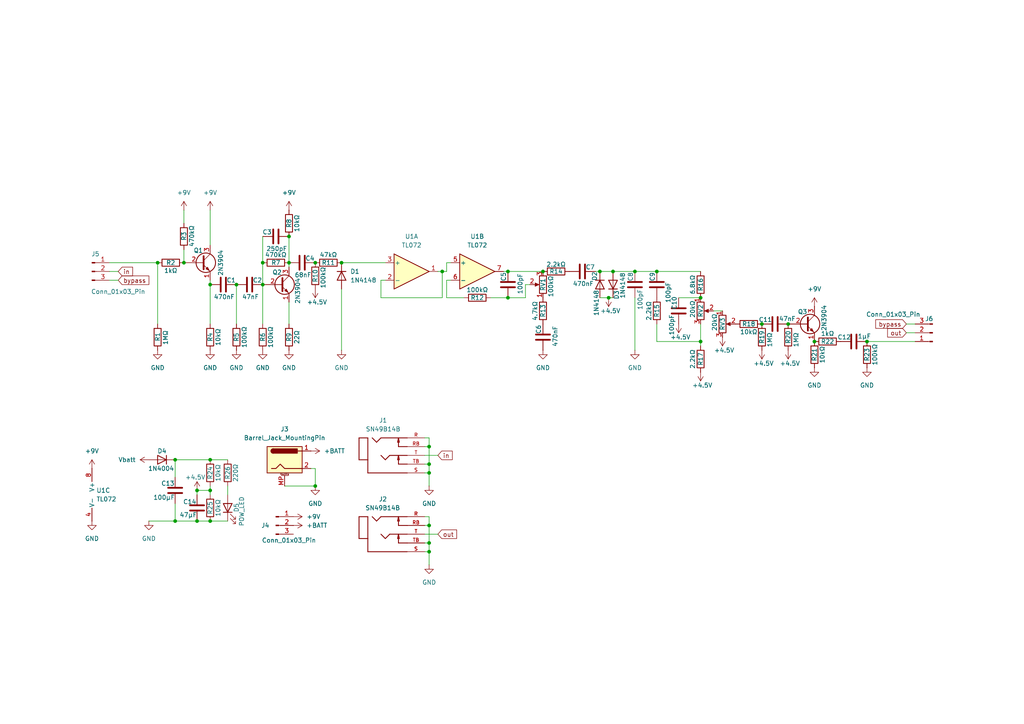
<source format=kicad_sch>
(kicad_sch (version 20231120) (generator "eeschema") (generator_version "8.0")
  (paper "A4")
  (lib_symbols
    (symbol "Amplifier_Operational:TL072" (pin_names (offset 0.127))
      (property "Reference" "U" (at 0 5.08 0))
      (property "Value" "TL072" (at 0 -5.08 0))
      (symbol "TL072_1_1"
        (polyline (pts (xy -5.08 5.08) (xy 5.08 0) (xy -5.08 -5.08) (xy -5.08 5.08)) (stroke (width 0.254)) (fill (type background)))
        (pin output line (at 7.62 0 180) (length 2.54) (name "~") (number "1"))
        (pin input line (at -7.62 -2.54 0) (length 2.54) (name "-") (number "2"))
        (pin input line (at -7.62 2.54 0) (length 2.54) (name "+") (number "3"))
      )
      (symbol "TL072_2_1"
        (polyline (pts (xy -5.08 5.08) (xy 5.08 0) (xy -5.08 -5.08) (xy -5.08 5.08)) (stroke (width 0.254)) (fill (type background)))
        (pin input line (at -7.62 2.54 0) (length 2.54) (name "+") (number "5"))
        (pin input line (at -7.62 -2.54 0) (length 2.54) (name "-") (number "6"))
        (pin output line (at 7.62 0 180) (length 2.54) (name "~") (number "7"))
      )
      (symbol "TL072_3_1"
        (pin power_in line (at -2.54 -7.62 90) (length 3.81) (name "V-") (number "4"))
        (pin power_in line (at -2.54 7.62 270) (length 3.81) (name "V+") (number "8"))
      )
    )
    (symbol "Connector:Barrel_Jack_MountingPin" (pin_names hide)
      (property "Reference" "J" (at 0 5.334 0))
      (property "Value" "Barrel_Jack_MountingPin" (at 1.27 -6.35 0))
      (symbol "Barrel_Jack_MountingPin_0_1"
        (rectangle (start -5.08 3.81) (end 5.08 -3.81) (stroke (width 0.254)) (fill (type background)))
        (arc (start -3.302 3.175) (mid -3.9343 2.54) (end -3.302 1.905) (stroke (width 0.254)))
        (arc (start -3.302 3.175) (mid -3.9343 2.54) (end -3.302 1.905) (stroke (width 0.254)) (fill (type outline)))
        (polyline (pts (xy 5.08 2.54) (xy 3.81 2.54)) (stroke (width 0.254)))
        (polyline (pts (xy -3.81 -2.54) (xy -2.54 -2.54) (xy -1.27 -1.27) (xy 0 -2.54) (xy 2.54 -2.54) (xy 5.08 -2.54)) (stroke (width 0.254)))
        (rectangle (start 3.683 3.175) (end -3.302 1.905) (stroke (width 0.254)) (fill (type outline)))
      )
      (symbol "Barrel_Jack_MountingPin_1_1"
        (polyline (pts (xy -1.016 -4.572) (xy 1.016 -4.572)) (stroke (width 0.1524)))
        (text "Mounting" (at 0 -4.191 0) (effects (font (size 0.381 0.381))))
        (pin passive line (at 7.62 2.54 180) (length 2.54) (name "~") (number "1"))
        (pin passive line (at 7.62 -2.54 180) (length 2.54) (name "~") (number "2"))
        (pin passive line (at 0 -7.62 90) (length 3.048) (name "MountPin") (number "MP"))
      )
    )
    (symbol "Connector:Conn_01x03_Pin" (pin_names (offset 1.016) hide)
      (property "Reference" "J" (at 0 5.08 0))
      (property "Value" "Conn_01x03_Pin" (at 0 -5.08 0))
      (symbol "Conn_01x03_Pin_1_1"
        (polyline (pts (xy 1.27 -2.54) (xy 0.8636 -2.54)) (stroke (width 0.1524)))
        (polyline (pts (xy 1.27 0) (xy 0.8636 0)) (stroke (width 0.1524)))
        (polyline (pts (xy 1.27 2.54) (xy 0.8636 2.54)) (stroke (width 0.1524)))
        (rectangle (start 0.8636 -2.413) (end 0 -2.667) (stroke (width 0.1524)) (fill (type outline)))
        (rectangle (start 0.8636 0.127) (end 0 -0.127) (stroke (width 0.1524)) (fill (type outline)))
        (rectangle (start 0.8636 2.667) (end 0 2.413) (stroke (width 0.1524)) (fill (type outline)))
        (pin passive line (at 5.08 2.54 180) (length 3.81) (name "Pin_1") (number "1"))
        (pin passive line (at 5.08 0 180) (length 3.81) (name "Pin_2") (number "2"))
        (pin passive line (at 5.08 -2.54 180) (length 3.81) (name "Pin_3") (number "3"))
      )
    )
    (symbol "Device:C" (pin_numbers hide) (pin_names (offset 0.254))
      (property "Reference" "C" (at 0.635 2.54 0))
      (property "Value" "C" (at 0.635 -2.54 0))
      (symbol "C_0_1"
        (polyline (pts (xy -2.032 -0.762) (xy 2.032 -0.762)) (stroke (width 0.508)))
        (polyline (pts (xy -2.032 0.762) (xy 2.032 0.762)) (stroke (width 0.508)))
      )
      (symbol "C_1_1"
        (pin passive line (at 0 3.81 270) (length 2.794) (name "~") (number "1"))
        (pin passive line (at 0 -3.81 90) (length 2.794) (name "~") (number "2"))
      )
    )
    (symbol "Device:LED" (pin_numbers hide) (pin_names (offset 1.016) hide)
      (property "Reference" "D" (at 0 2.54 0))
      (property "Value" "LED" (at 0 -2.54 0))
      (symbol "LED_0_1"
        (polyline (pts (xy -1.27 -1.27) (xy -1.27 1.27)) (stroke (width 0.254)))
        (polyline (pts (xy -1.27 0) (xy 1.27 0)))
        (polyline (pts (xy 1.27 -1.27) (xy 1.27 1.27) (xy -1.27 0) (xy 1.27 -1.27)) (stroke (width 0.254)))
        (polyline (pts (xy -3.048 -0.762) (xy -4.572 -2.286) (xy -3.81 -2.286) (xy -4.572 -2.286) (xy -4.572 -1.524)))
        (polyline (pts (xy -1.778 -0.762) (xy -3.302 -2.286) (xy -2.54 -2.286) (xy -3.302 -2.286) (xy -3.302 -1.524)))
      )
      (symbol "LED_1_1"
        (pin passive line (at -3.81 0 0) (length 2.54) (name "K") (number "1"))
        (pin passive line (at 3.81 0 180) (length 2.54) (name "A") (number "2"))
      )
    )
    (symbol "Device:R" (pin_numbers hide) (pin_names (offset 0))
      (property "Reference" "R" (at 2.032 0 90))
      (property "Value" "R" (at 0 0 90))
      (symbol "R_0_1"
        (rectangle (start -1.016 -2.54) (end 1.016 2.54) (stroke (width 0.254)))
      )
      (symbol "R_1_1"
        (pin passive line (at 0 3.81 270) (length 1.27) (name "~") (number "1"))
        (pin passive line (at 0 -3.81 90) (length 1.27) (name "~") (number "2"))
      )
    )
    (symbol "Device:R_Potentiometer" (pin_names (offset 1.016) hide)
      (property "Reference" "RV" (at -4.445 0 90))
      (property "Value" "R_Potentiometer" (at -2.54 0 90))
      (symbol "R_Potentiometer_0_1"
        (polyline (pts (xy 2.54 0) (xy 1.524 0)))
        (polyline (pts (xy 1.143 0) (xy 2.286 0.508) (xy 2.286 -0.508) (xy 1.143 0)) (fill (type outline)))
        (rectangle (start 1.016 2.54) (end -1.016 -2.54) (stroke (width 0.254)))
      )
      (symbol "R_Potentiometer_1_1"
        (pin passive line (at 0 3.81 270) (length 1.27) (name "1") (number "1"))
        (pin passive line (at 3.81 0 180) (length 1.27) (name "2") (number "2"))
        (pin passive line (at 0 -3.81 90) (length 1.27) (name "3") (number "3"))
      )
    )
    (symbol "Diode:1N4004" (pin_numbers hide) (pin_names hide)
      (property "Reference" "D" (at 0 2.54 0))
      (property "Value" "1N4004" (at 0 -2.54 0))
      (symbol "1N4004_0_1"
        (polyline (pts (xy -1.27 1.27) (xy -1.27 -1.27)) (stroke (width 0.254)))
        (polyline (pts (xy 1.27 0) (xy -1.27 0)))
        (polyline (pts (xy 1.27 1.27) (xy 1.27 -1.27) (xy -1.27 0) (xy 1.27 1.27)) (stroke (width 0.254)))
      )
      (symbol "1N4004_1_1"
        (pin passive line (at -3.81 0 0) (length 2.54) (name "K") (number "1"))
        (pin passive line (at 3.81 0 180) (length 2.54) (name "A") (number "2"))
      )
    )
    (symbol "Diode:1N4148" (pin_numbers hide) (pin_names hide)
      (property "Reference" "D" (at 0 2.54 0))
      (property "Value" "1N4148" (at 0 -2.54 0))
      (symbol "1N4148_0_1"
        (polyline (pts (xy -1.27 1.27) (xy -1.27 -1.27)) (stroke (width 0.254)))
        (polyline (pts (xy 1.27 0) (xy -1.27 0)))
        (polyline (pts (xy 1.27 1.27) (xy 1.27 -1.27) (xy -1.27 0) (xy 1.27 1.27)) (stroke (width 0.254)))
      )
      (symbol "1N4148_1_1"
        (pin passive line (at -3.81 0 0) (length 2.54) (name "K") (number "1"))
        (pin passive line (at 3.81 0 180) (length 2.54) (name "A") (number "2"))
      )
    )
    (symbol "PJ-644C:SN49B14B" (pin_names (offset 1.016))
      (property "Reference" "J" (at -5.08 7.62 0))
      (property "Value" "SN49B14B" (at -5.08 -7.62 0))
      (symbol "SN49B14B_0_0"
        (polyline (pts (xy -8.89 -1.27) (xy -8.89 5.08)) (stroke (width 0.254)))
        (polyline (pts (xy -8.89 5.08) (xy -6.35 5.08)) (stroke (width 0.254)))
        (polyline (pts (xy -6.35 -5.08) (xy -6.35 -1.27)) (stroke (width 0.254)))
        (polyline (pts (xy -6.35 -5.08) (xy 5.08 -5.08)) (stroke (width 0.254)))
        (polyline (pts (xy -6.35 -1.27) (xy -8.89 -1.27)) (stroke (width 0.254)))
        (polyline (pts (xy -6.35 5.08) (xy -6.35 -1.27)) (stroke (width 0.254)))
        (polyline (pts (xy -5.08 5.08) (xy -3.81 3.81)) (stroke (width 0.254)))
        (polyline (pts (xy -3.81 3.81) (xy -2.54 5.08)) (stroke (width 0.254)))
        (polyline (pts (xy -2.54 0) (xy -1.27 -1.27)) (stroke (width 0.254)))
        (polyline (pts (xy -2.54 5.08) (xy 5.08 5.08)) (stroke (width 0.254)))
        (polyline (pts (xy -1.27 -1.27) (xy 0 0)) (stroke (width 0.254)))
        (polyline (pts (xy 0 0) (xy 5.08 0)) (stroke (width 0.254)))
        (polyline (pts (xy 2.54 -2.54) (xy 2.54 -0.762)) (stroke (width 0.254)))
        (polyline (pts (xy 2.54 -2.54) (xy 5.08 -2.54)) (stroke (width 0.254)))
        (polyline (pts (xy 2.54 2.54) (xy 2.54 4.318)) (stroke (width 0.254)))
        (polyline (pts (xy 2.54 2.54) (xy 5.08 2.54)) (stroke (width 0.254)))
        (polyline (pts (xy 2.54 0) (xy 2.286 -1.27) (xy 2.794 -1.27) (xy 2.54 0)) (stroke (width 0.254)) (fill (type outline)))
        (polyline (pts (xy 2.54 5.08) (xy 2.286 3.81) (xy 2.794 3.81) (xy 2.54 5.08)) (stroke (width 0.254)) (fill (type outline)))
        (pin passive line (at 10.16 5.08 180) (length 5.08) (name "~") (number "R"))
        (pin passive line (at 10.16 2.54 180) (length 5.08) (name "~") (number "RB"))
        (pin passive line (at 10.16 -5.08 180) (length 5.08) (name "~") (number "S"))
        (pin passive line (at 10.16 0 180) (length 5.08) (name "~") (number "T"))
        (pin passive line (at 10.16 -2.54 180) (length 5.08) (name "~") (number "TB"))
      )
    )
    (symbol "Transistor_BJT:2N3904" (pin_names (offset 0) hide)
      (property "Reference" "Q" (at 5.08 1.905 0))
      (property "Value" "2N3904" (at 5.08 0 0))
      (symbol "2N3904_0_1"
        (polyline (pts (xy 0.635 0.635) (xy 2.54 2.54)))
        (polyline (pts (xy 0.635 -0.635) (xy 2.54 -2.54) (xy 2.54 -2.54)))
        (polyline (pts (xy 0.635 1.905) (xy 0.635 -1.905) (xy 0.635 -1.905)) (stroke (width 0.508)))
        (polyline (pts (xy 1.27 -1.778) (xy 1.778 -1.27) (xy 2.286 -2.286) (xy 1.27 -1.778) (xy 1.27 -1.778)) (fill (type outline)))
        (circle (center 1.27 0) (radius 2.8194) (stroke (width 0.254)))
      )
      (symbol "2N3904_1_1"
        (pin passive line (at 2.54 -5.08 90) (length 2.54) (name "E") (number "1"))
        (pin passive line (at -5.08 0 0) (length 5.715) (name "B") (number "2"))
        (pin passive line (at 2.54 5.08 270) (length 2.54) (name "C") (number "3"))
      )
    )
    (symbol "power:+9V" (power) (pin_numbers hide) (pin_names (offset 0) hide)
      (property "Value" "+9V" (at 0 3.556 0))
      (symbol "+9V_0_1"
        (polyline (pts (xy -0.762 1.27) (xy 0 2.54)))
        (polyline (pts (xy 0 0) (xy 0 2.54)))
        (polyline (pts (xy 0 2.54) (xy 0.762 1.27)))
      )
      (symbol "+9V_1_1"
        (pin power_in line (at 0 0 90) (length 0) (name "~") (number "1"))
      )
    )
    (symbol "power:+BATT" (power) (pin_numbers hide) (pin_names (offset 0) hide)
      (property "Value" "+BATT" (at 0 3.556 0))
      (symbol "+BATT_0_1"
        (polyline (pts (xy -0.762 1.27) (xy 0 2.54)))
        (polyline (pts (xy 0 0) (xy 0 2.54)))
        (polyline (pts (xy 0 2.54) (xy 0.762 1.27)))
      )
      (symbol "+BATT_1_1"
        (pin power_in line (at 0 0 90) (length 0) (name "~") (number "1"))
      )
    )
    (symbol "power:GND" (power) (pin_numbers hide) (pin_names (offset 0) hide)
      (property "Value" "GND" (at 0 -3.81 0))
      (symbol "GND_0_1"
        (polyline (pts (xy 0 0) (xy 0 -1.27) (xy 1.27 -1.27) (xy 0 -2.54) (xy -1.27 -1.27) (xy 0 -1.27)))
      )
      (symbol "GND_1_1"
        (pin power_in line (at 0 0 270) (length 0) (name "~") (number "1"))
      )
    )
    (symbol "power:LINE" (power) (pin_numbers hide) (pin_names (offset 0) hide)
      (property "Value" "LINE" (at 0 3.556 0))
      (symbol "LINE_0_1"
        (polyline (pts (xy -0.762 1.27) (xy 0 2.54)))
        (polyline (pts (xy 0 0) (xy 0 2.54)))
        (polyline (pts (xy 0 2.54) (xy 0.762 1.27)))
      )
      (symbol "LINE_1_1"
        (pin power_in line (at 0 0 90) (length 0) (name "~") (number "1"))
      )
    )
  )
  (junction (at 53.34 76.2))
  (junction (at 68.58 82.55))
  (junction (at 60.96 133.35))
  (junction (at 236.22 99.06))
  (junction (at 99.06 76.2))
  (junction (at 203.2 99.06))
  (junction (at 45.72 76.2))
  (junction (at 83.82 68.58))
  (junction (at 124.46 157.48))
  (junction (at 91.44 76.2))
  (junction (at 190.5 78.74))
  (junction (at 91.44 140.97))
  (junction (at 60.96 82.55))
  (junction (at 228.6 93.98))
  (junction (at 50.8 133.35))
  (junction (at 184.15 78.74))
  (junction (at 60.96 151.13))
  (junction (at 57.15 142.24))
  (junction (at 176.53 86.36))
  (junction (at 147.32 86.36))
  (junction (at 124.46 134.62))
  (junction (at 76.2 82.55))
  (junction (at 50.8 151.13))
  (junction (at 124.46 137.16))
  (junction (at 157.48 78.74))
  (junction (at 220.98 93.98))
  (junction (at 124.46 129.54))
  (junction (at 124.46 160.02))
  (junction (at 147.32 78.74))
  (junction (at 251.46 99.06))
  (junction (at 173.99 78.74))
  (junction (at 203.2 86.36))
  (junction (at 177.8 78.74))
  (junction (at 76.2 76.2))
  (junction (at 124.46 152.4))
  (junction (at 83.82 76.2))
  (junction (at 57.15 151.13))
  (junction (at 60.96 142.24))
  (junction (at 128.27 78.74))
  (wire (pts (xy 123.19 134.62) (xy 124.46 134.62)))
  (wire (pts (xy 31.75 78.74) (xy 34.29 78.74)))
  (wire (pts (xy 31.75 76.2) (xy 45.72 76.2)))
  (wire (pts (xy 60.96 151.13) (xy 66.04 151.13)))
  (wire (pts (xy 57.15 142.24) (xy 57.15 143.51)))
  (wire (pts (xy 90.17 135.89) (xy 91.44 135.89)))
  (wire (pts (xy 142.24 86.36) (xy 147.32 86.36)))
  (wire (pts (xy 110.49 86.36) (xy 128.27 86.36)))
  (wire (pts (xy 123.19 132.08) (xy 127 132.08)))
  (wire (pts (xy 128.27 78.74) (xy 127 78.74)))
  (wire (pts (xy 172.72 78.74) (xy 173.99 78.74)))
  (wire (pts (xy 146.05 78.74) (xy 147.32 78.74)))
  (wire (pts (xy 60.96 82.55) (xy 60.96 93.98)))
  (wire (pts (xy 124.46 137.16) (xy 124.46 140.97)))
  (wire (pts (xy 196.85 86.36) (xy 203.2 86.36)))
  (wire (pts (xy 177.8 78.74) (xy 184.15 78.74)))
  (wire (pts (xy 128.27 78.74) (xy 129.54 78.74)))
  (wire (pts (xy 124.46 152.4) (xy 124.46 157.48)))
  (wire (pts (xy 50.8 133.35) (xy 50.8 138.43)))
  (wire (pts (xy 124.46 127) (xy 124.46 129.54)))
  (wire (pts (xy 83.82 76.2) (xy 83.82 68.58)))
  (wire (pts (xy 123.19 129.54) (xy 124.46 129.54)))
  (wire (pts (xy 173.99 78.74) (xy 177.8 78.74)))
  (wire (pts (xy 45.72 76.2) (xy 45.72 93.98)))
  (wire (pts (xy 50.8 151.13) (xy 57.15 151.13)))
  (wire (pts (xy 66.04 140.97) (xy 66.04 143.51)))
  (wire (pts (xy 76.2 68.58) (xy 76.2 76.2)))
  (wire (pts (xy 124.46 157.48) (xy 123.19 157.48)))
  (wire (pts (xy 83.82 93.98) (xy 83.82 87.63)))
  (wire (pts (xy 147.32 78.74) (xy 157.48 78.74)))
  (wire (pts (xy 60.96 142.24) (xy 60.96 143.51)))
  (wire (pts (xy 123.19 137.16) (xy 124.46 137.16)))
  (wire (pts (xy 82.55 140.97) (xy 91.44 140.97)))
  (wire (pts (xy 124.46 160.02) (xy 124.46 163.83)))
  (wire (pts (xy 123.19 160.02) (xy 124.46 160.02)))
  (wire (pts (xy 203.2 99.06) (xy 203.2 100.33)))
  (wire (pts (xy 130.81 81.28) (xy 129.54 81.28)))
  (wire (pts (xy 60.96 133.35) (xy 66.04 133.35)))
  (wire (pts (xy 50.8 133.35) (xy 60.96 133.35)))
  (wire (pts (xy 60.96 140.97) (xy 60.96 142.24)))
  (wire (pts (xy 124.46 152.4) (xy 123.19 152.4)))
  (wire (pts (xy 99.06 76.2) (xy 111.76 76.2)))
  (wire (pts (xy 207.01 90.17) (xy 209.55 90.17)))
  (wire (pts (xy 110.49 81.28) (xy 110.49 86.36)))
  (wire (pts (xy 68.58 82.55) (xy 68.58 93.98)))
  (wire (pts (xy 124.46 149.86) (xy 123.19 149.86)))
  (wire (pts (xy 184.15 78.74) (xy 190.5 78.74)))
  (wire (pts (xy 123.19 127) (xy 124.46 127)))
  (wire (pts (xy 91.44 140.97) (xy 91.44 135.89)))
  (wire (pts (xy 60.96 60.96) (xy 60.96 71.12)))
  (wire (pts (xy 129.54 76.2) (xy 129.54 78.74)))
  (wire (pts (xy 173.99 86.36) (xy 176.53 86.36)))
  (wire (pts (xy 129.54 81.28) (xy 129.54 86.36)))
  (wire (pts (xy 190.5 99.06) (xy 203.2 99.06)))
  (wire (pts (xy 124.46 134.62) (xy 124.46 129.54)))
  (wire (pts (xy 147.32 86.36) (xy 152.4 86.36)))
  (wire (pts (xy 152.4 82.55) (xy 153.67 82.55)))
  (wire (pts (xy 128.27 86.36) (xy 128.27 78.74)))
  (wire (pts (xy 184.15 86.36) (xy 184.15 101.6)))
  (wire (pts (xy 31.75 81.28) (xy 34.29 81.28)))
  (wire (pts (xy 190.5 78.74) (xy 203.2 78.74)))
  (wire (pts (xy 124.46 160.02) (xy 124.46 157.48)))
  (wire (pts (xy 251.46 99.06) (xy 265.43 99.06)))
  (wire (pts (xy 262.89 93.98) (xy 265.43 93.98)))
  (wire (pts (xy 130.81 76.2) (xy 129.54 76.2)))
  (wire (pts (xy 124.46 149.86) (xy 124.46 152.4)))
  (wire (pts (xy 76.2 76.2) (xy 76.2 82.55)))
  (wire (pts (xy 176.53 86.36) (xy 177.8 86.36)))
  (wire (pts (xy 110.49 81.28) (xy 111.76 81.28)))
  (wire (pts (xy 53.34 64.77) (xy 53.34 60.96)))
  (wire (pts (xy 99.06 83.82) (xy 99.06 101.6)))
  (wire (pts (xy 152.4 82.55) (xy 152.4 86.36)))
  (wire (pts (xy 190.5 93.98) (xy 190.5 99.06)))
  (wire (pts (xy 129.54 86.36) (xy 134.62 86.36)))
  (wire (pts (xy 60.96 81.28) (xy 60.96 82.55)))
  (wire (pts (xy 123.19 154.94) (xy 127 154.94)))
  (wire (pts (xy 57.15 142.24) (xy 60.96 142.24)))
  (wire (pts (xy 203.2 99.06) (xy 203.2 93.98)))
  (wire (pts (xy 50.8 146.05) (xy 50.8 151.13)))
  (wire (pts (xy 57.15 151.13) (xy 60.96 151.13)))
  (wire (pts (xy 83.82 77.47) (xy 83.82 76.2)))
  (wire (pts (xy 43.18 151.13) (xy 50.8 151.13)))
  (wire (pts (xy 76.2 93.98) (xy 76.2 82.55)))
  (wire (pts (xy 53.34 72.39) (xy 53.34 76.2)))
  (wire (pts (xy 124.46 137.16) (xy 124.46 134.62)))
  (wire (pts (xy 262.89 96.52) (xy 265.43 96.52)))
  (global_label "bypass" (shape input) (at 262.89 93.98 180) (property "Intersheetrefs" "${INTERSHEET_REFS}" (effects (hide yes))))
  (global_label "in" (shape input) (at 127 132.08 0) (property "Intersheetrefs" "${INTERSHEET_REFS}" (effects (hide yes))))
  (global_label "in" (shape input) (at 34.29 78.74 0) (property "Intersheetrefs" "${INTERSHEET_REFS}" (effects (hide yes))))
  (global_label "out" (shape input) (at 262.89 96.52 180) (property "Intersheetrefs" "${INTERSHEET_REFS}" (effects (hide yes))))
  (global_label "out" (shape input) (at 127 154.94 0) (property "Intersheetrefs" "${INTERSHEET_REFS}" (effects (hide yes))))
  (global_label "bypass" (shape input) (at 34.29 81.28 0) (property "Intersheetrefs" "${INTERSHEET_REFS}" (effects (hide yes))))
  (symbol (lib_id "power:GND") (at 91.44 140.97 0) (unit 1)
    (property "Reference" "#PWR030" (effects (hide yes)))
    (property "Value" "GND" (at 91.44 146.05 0))
    (property "Description" "Power symbol creates a global label with name \"GND\" , ground" (effects (hide yes)))
  )
  (symbol (lib_id "Device:R") (at 68.58 97.79 180) (unit 1)
    (property "Reference" "R5" (at 68.58 97.79 90))
    (property "Value" "100kΩ" (at 70.866 97.79 90))
    (property "Footprint" "Resistor_THT:R_Axial_DIN0207_L6.3mm_D2.5mm_P10.16mm_Horizontal" (effects (hide yes)))
    (property "Description" "Resistor" (effects (hide yes)))
  )
  (symbol (lib_id "power:LINE") (at 91.44 83.82 180) (unit 1)
    (property "Reference" "#PWR023" (effects (hide yes)))
    (property "Value" "+4.5V" (at 91.948 87.63 0))
    (property "Description" "Power symbol creates a global label with name \"LINE\"" (effects (hide yes)))
  )
  (symbol (lib_id "power:LINE") (at 203.2 107.95 180) (unit 1)
    (property "Reference" "#PWR025" (effects (hide yes)))
    (property "Value" "+4.5V" (at 203.708 111.76 0))
    (property "Description" "Power symbol creates a global label with name \"LINE\"" (effects (hide yes)))
  )
  (symbol (lib_id "power:GND") (at 45.72 101.6 0) (unit 1)
    (property "Reference" "#PWR01" (effects (hide yes)))
    (property "Value" "GND" (at 45.72 106.68 0))
    (property "Description" "Power symbol creates a global label with name \"GND\" , ground" (effects (hide yes)))
  )
  (symbol (lib_id "power:GND") (at 157.48 101.6 0) (unit 1)
    (property "Reference" "#PWR011" (effects (hide yes)))
    (property "Value" "GND" (at 157.48 106.68 0))
    (property "Description" "Power symbol creates a global label with name \"GND\" , ground" (effects (hide yes)))
  )
  (symbol (lib_id "Device:R") (at 60.96 147.32 180) (unit 1)
    (property "Reference" "R25" (at 60.96 147.32 90))
    (property "Value" "10kΩ" (at 63.246 147.32 90))
    (property "Footprint" "Resistor_THT:R_Axial_DIN0207_L6.3mm_D2.5mm_P10.16mm_Horizontal" (effects (hide yes)))
    (property "Description" "Resistor" (effects (hide yes)))
  )
  (symbol (lib_id "Device:R_Potentiometer") (at 157.48 82.55 180) (unit 1)
    (property "Reference" "RV1" (at 157.48 82.55 90))
    (property "Value" "100kΩ" (at 159.766 83.058 90))
    (property "Footprint" "Potentiometer_THT:Potentiometer_Alpha_RD901F-40-00D_Single_Vertical" (effects (hide yes)))
    (property "Description" "Potentiometer" (effects (hide yes)))
  )
  (symbol (lib_id "power:GND") (at 124.46 140.97 0) (unit 1)
    (property "Reference" "#PWR09" (effects (hide yes)))
    (property "Value" "GND" (at 124.46 146.05 0))
    (property "Description" "Power symbol creates a global label with name \"GND\" , ground" (effects (hide yes)))
  )
  (symbol (lib_id "Device:R") (at 217.17 93.98 90) (unit 1)
    (property "Reference" "R18" (at 217.17 93.98 90))
    (property "Value" "10kΩ" (at 217.17 96.266 90))
    (property "Footprint" "Resistor_THT:R_Axial_DIN0207_L6.3mm_D2.5mm_P10.16mm_Horizontal" (effects (hide yes)))
    (property "Description" "Resistor" (effects (hide yes)))
  )
  (symbol (lib_id "Device:R") (at 228.6 97.79 180) (unit 1)
    (property "Reference" "R20" (at 228.6 97.79 90))
    (property "Value" "1MΩ" (at 230.886 98.552 90))
    (property "Footprint" "Resistor_THT:R_Axial_DIN0207_L6.3mm_D2.5mm_P10.16mm_Horizontal" (effects (hide yes)))
    (property "Description" "Resistor" (effects (hide yes)))
  )
  (symbol (lib_id "Device:R") (at 83.82 64.77 180) (unit 1)
    (property "Reference" "R8" (at 83.82 64.77 90))
    (property "Value" "10kΩ" (at 86.106 64.77 90))
    (property "Footprint" "Resistor_THT:R_Axial_DIN0207_L6.3mm_D2.5mm_P10.16mm_Horizontal" (effects (hide yes)))
    (property "Description" "Resistor" (effects (hide yes)))
  )
  (symbol (lib_id "Device:C") (at 184.15 82.55 180) (unit 1)
    (property "Reference" "C8" (at 182.88 80.264 90))
    (property "Value" "100pF" (at 185.674 86.868 90))
    (property "Footprint" "Capacitor_THT:C_Rect_L4.6mm_W3.0mm_P2.50mm_MKS02_FKP02" (effects (hide yes)))
    (property "Description" "Unpolarized capacitor" (effects (hide yes)))
  )
  (symbol (lib_id "Amplifier_Operational:TL072") (at 138.43 78.74 0) (unit 2)
    (property "Reference" "U1" (at 138.43 68.58 0))
    (property "Value" "TL072" (at 138.43 71.12 0))
    (property "Footprint" "Package_DIP:DIP-8_W7.62mm" (effects (hide yes)))
    (property "Datasheet" "http://www.ti.com/lit/ds/symlink/tl071.pdf" (effects (hide yes)))
    (property "Description" "Dual Low-Noise JFET-Input Operational Amplifiers, DIP-8/SOIC-8" (effects (hide yes)))
  )
  (symbol (lib_id "Transistor_BJT:2N3904") (at 81.28 82.55 0) (unit 1)
    (property "Reference" "Q2" (at 78.994 78.994 0) (effects (justify left)))
    (property "Value" "2N3904" (at 86.36 88.138 90) (effects (justify left)))
    (property "Footprint" "Package_TO_SOT_THT:TO-92" (effects (hide yes)))
    (property "Datasheet" "https://www.onsemi.com/pub/Collateral/2N3903-D.PDF" (effects (hide yes)))
    (property "Description" "0.2A Ic, 40V Vce, Small Signal NPN Transistor, TO-92" (effects (hide yes)))
  )
  (symbol (lib_id "power:GND") (at 43.18 151.13 0) (unit 1)
    (property "Reference" "#PWR020" (effects (hide yes)))
    (property "Value" "GND" (at 43.18 156.21 0))
    (property "Description" "Power symbol creates a global label with name \"GND\" , ground" (effects (hide yes)))
  )
  (symbol (lib_id "power:+9V") (at 83.82 60.96 0) (unit 1)
    (property "Reference" "#PWR07" (effects (hide yes)))
    (property "Value" "+9V" (at 83.82 55.88 0))
    (property "Description" "Power symbol creates a global label with name \"+9V\"" (effects (hide yes)))
  )
  (symbol (lib_id "Connector:Conn_01x03_Pin") (at 80.01 152.4 0) (unit 1)
    (property "Reference" "J4" (at 76.962 152.4 0))
    (property "Value" "Conn_01x03_Pin" (at 83.82 156.718 0))
    (property "Footprint" "Connector_PinHeader_2.54mm:PinHeader_1x03_P2.54mm_Vertical" (effects (hide yes)))
    (property "Description" "Generic connector, single row, 01x03, script generated" (effects (hide yes)))
  )
  (symbol (lib_id "Device:R") (at 60.96 97.79 180) (unit 1)
    (property "Reference" "R4" (at 60.96 97.79 90))
    (property "Value" "10kΩ" (at 63.246 97.79 90))
    (property "Footprint" "Resistor_THT:R_Axial_DIN0207_L6.3mm_D2.5mm_P10.16mm_Horizontal" (effects (hide yes)))
    (property "Description" "Resistor" (effects (hide yes)))
  )
  (symbol (lib_id "Device:C") (at 224.79 93.98 270) (unit 1)
    (property "Reference" "C11" (at 221.996 92.71 90))
    (property "Value" "47nF" (at 228.346 92.456 90))
    (property "Footprint" "Capacitor_THT:C_Rect_L4.6mm_W3.0mm_P2.50mm_MKS02_FKP02" (effects (hide yes)))
    (property "Description" "Unpolarized capacitor" (effects (hide yes)))
  )
  (symbol (lib_id "Diode:1N4004") (at 46.99 133.35 180) (unit 1)
    (property "Reference" "D4" (at 46.99 130.81 0))
    (property "Value" "1N4004" (at 46.736 135.89 0))
    (property "Footprint" "Diode_THT:D_DO-41_SOD81_P10.16mm_Horizontal" (effects (hide yes)))
    (property "Datasheet" "http://www.vishay.com/docs/88503/1n4001.pdf" (effects (hide yes)))
    (property "Description" "400V 1A General Purpose Rectifier Diode, DO-41" (effects (hide yes)))
    (property "Sim.Device" "D" (effects (hide yes)))
    (property "Sim.Pins" "1=K 2=A" (effects (hide yes)))
  )
  (symbol (lib_id "power:LINE") (at 176.53 86.36 180) (unit 1)
    (property "Reference" "#PWR022" (effects (hide yes)))
    (property "Value" "+4.5V" (at 177.038 90.17 0))
    (property "Description" "Power symbol creates a global label with name \"LINE\"" (effects (hide yes)))
  )
  (symbol (lib_id "Connector:Conn_01x03_Pin") (at 26.67 78.74 0) (unit 1)
    (property "Reference" "J5" (at 27.686 73.66 0))
    (property "Value" "Conn_01x03_Pin" (at 34.29 84.582 0))
    (property "Footprint" "Connector_PinHeader_2.54mm:PinHeader_1x03_P2.54mm_Vertical" (effects (hide yes)))
    (property "Description" "Generic connector, single row, 01x03, script generated" (effects (hide yes)))
  )
  (symbol (lib_id "Device:R") (at 60.96 137.16 180) (unit 1)
    (property "Reference" "R24" (at 60.96 137.16 90))
    (property "Value" "10kΩ" (at 63.246 137.16 90))
    (property "Footprint" "Resistor_THT:R_Axial_DIN0207_L6.3mm_D2.5mm_P10.16mm_Horizontal" (effects (hide yes)))
    (property "Description" "Resistor" (effects (hide yes)))
  )
  (symbol (lib_id "Device:R") (at 157.48 90.17 0) (unit 1)
    (property "Reference" "R13" (at 157.48 90.17 90))
    (property "Value" "4.7kΩ" (at 155.194 90.17 90))
    (property "Footprint" "Resistor_THT:R_Axial_DIN0207_L6.3mm_D2.5mm_P10.16mm_Horizontal" (effects (hide yes)))
    (property "Description" "Resistor" (effects (hide yes)))
  )
  (symbol (lib_id "Device:R") (at 236.22 102.87 180) (unit 1)
    (property "Reference" "R21" (at 236.22 102.87 90))
    (property "Value" "10kΩ" (at 238.506 102.87 90))
    (property "Footprint" "Resistor_THT:R_Axial_DIN0207_L6.3mm_D2.5mm_P10.16mm_Horizontal" (effects (hide yes)))
    (property "Description" "Resistor" (effects (hide yes)))
  )
  (symbol (lib_id "power:GND") (at 60.96 101.6 0) (unit 1)
    (property "Reference" "#PWR04" (effects (hide yes)))
    (property "Value" "GND" (at 60.96 106.68 0))
    (property "Description" "Power symbol creates a global label with name \"GND\" , ground" (effects (hide yes)))
  )
  (symbol (lib_id "power:GND") (at 26.67 151.13 0) (unit 1)
    (property "Reference" "#PWR018" (effects (hide yes)))
    (property "Value" "GND" (at 26.67 156.21 0))
    (property "Description" "Power symbol creates a global label with name \"GND\" , ground" (effects (hide yes)))
  )
  (symbol (lib_id "power:LINE") (at 57.15 142.24 0) (unit 1)
    (property "Reference" "#PWR021" (effects (hide yes)))
    (property "Value" "+4.5V" (at 56.642 138.43 0))
    (property "Description" "Power symbol creates a global label with name \"LINE\"" (effects (hide yes)))
  )
  (symbol (lib_id "power:+BATT") (at 90.17 130.81 270) (unit 1)
    (property "Reference" "#PWR029" (effects (hide yes)))
    (property "Value" "+BATT" (at 93.98 130.8099 90) (effects (justify left)))
    (property "Description" "Power symbol creates a global label with name \"+BATT\"" (effects (hide yes)))
  )
  (symbol (lib_id "power:GND") (at 236.22 106.68 0) (unit 1)
    (property "Reference" "#PWR014" (effects (hide yes)))
    (property "Value" "GND" (at 236.22 111.76 0))
    (property "Description" "Power symbol creates a global label with name \"GND\" , ground" (effects (hide yes)))
  )
  (symbol (lib_id "Device:C") (at 64.77 82.55 90) (unit 1)
    (property "Reference" "C1" (at 67.056 81.28 90))
    (property "Value" "470nF" (at 65.024 86.106 90))
    (property "Footprint" "Capacitor_THT:C_Rect_L4.6mm_W3.0mm_P2.50mm_MKS02_FKP02" (effects (hide yes)))
    (property "Description" "Unpolarized capacitor" (effects (hide yes)))
  )
  (symbol (lib_id "Device:C") (at 80.01 68.58 90) (unit 1)
    (property "Reference" "C3" (at 77.47 67.31 90))
    (property "Value" "250pF" (at 80.264 72.136 90))
    (property "Footprint" "Capacitor_THT:C_Rect_L4.6mm_W3.0mm_P2.50mm_MKS02_FKP02" (effects (hide yes)))
    (property "Description" "Unpolarized capacitor" (effects (hide yes)))
  )
  (symbol (lib_id "Device:R") (at 161.29 78.74 90) (unit 1)
    (property "Reference" "R14" (at 161.29 78.74 90))
    (property "Value" "2.2kΩ" (at 161.29 76.708 90))
    (property "Footprint" "Resistor_THT:R_Axial_DIN0207_L6.3mm_D2.5mm_P10.16mm_Horizontal" (effects (hide yes)))
    (property "Description" "Resistor" (effects (hide yes)))
  )
  (symbol (lib_id "Device:R") (at 53.34 68.58 0) (unit 1)
    (property "Reference" "R3" (at 53.34 69.85 90) (effects (justify left)))
    (property "Value" "470kΩ" (at 55.626 71.628 90) (effects (justify left)))
    (property "Footprint" "Resistor_THT:R_Axial_DIN0207_L6.3mm_D2.5mm_P10.16mm_Horizontal" (effects (hide yes)))
    (property "Description" "Resistor" (effects (hide yes)))
  )
  (symbol (lib_id "power:GND") (at 184.15 101.6 0) (unit 1)
    (property "Reference" "#PWR012" (effects (hide yes)))
    (property "Value" "GND" (at 184.15 106.68 0))
    (property "Description" "Power symbol creates a global label with name \"GND\" , ground" (effects (hide yes)))
  )
  (symbol (lib_id "Device:R") (at 49.53 76.2 90) (unit 1)
    (property "Reference" "R2" (at 49.53 76.2 90))
    (property "Value" "1kΩ" (at 49.53 78.486 90))
    (property "Footprint" "Resistor_THT:R_Axial_DIN0207_L6.3mm_D2.5mm_P10.16mm_Horizontal" (effects (hide yes)))
    (property "Description" "Resistor" (effects (hide yes)))
  )
  (symbol (lib_id "Connector:Conn_01x03_Pin") (at 270.51 96.52 180) (unit 1)
    (property "Reference" "J6" (at 269.494 92.456 0))
    (property "Value" "Conn_01x03_Pin" (at 259.08 91.186 0))
    (property "Footprint" "Connector_PinHeader_2.54mm:PinHeader_1x03_P2.54mm_Vertical" (effects (hide yes)))
    (property "Description" "Generic connector, single row, 01x03, script generated" (effects (hide yes)))
  )
  (symbol (lib_id "Device:C") (at 247.65 99.06 270) (unit 1)
    (property "Reference" "C12" (at 244.856 97.79 90))
    (property "Value" "1µF" (at 250.698 97.536 90))
    (property "Footprint" "Capacitor_THT:C_Rect_L4.6mm_W3.0mm_P2.50mm_MKS02_FKP02" (effects (hide yes)))
    (property "Description" "Unpolarized capacitor" (effects (hide yes)))
  )
  (symbol (lib_id "Transistor_BJT:2N3904") (at 58.42 76.2 0) (unit 1)
    (property "Reference" "Q1" (at 56.134 72.644 0) (effects (justify left)))
    (property "Value" "2N3904" (at 64.008 80.01 90) (effects (justify left)))
    (property "Footprint" "Package_TO_SOT_THT:TO-92" (effects (hide yes)))
    (property "Datasheet" "https://www.onsemi.com/pub/Collateral/2N3903-D.PDF" (effects (hide yes)))
    (property "Description" "0.2A Ic, 40V Vce, Small Signal NPN Transistor, TO-92" (effects (hide yes)))
  )
  (symbol (lib_id "power:GND") (at 83.82 101.6 0) (unit 1)
    (property "Reference" "#PWR08" (effects (hide yes)))
    (property "Value" "GND" (at 83.82 106.68 0))
    (property "Description" "Power symbol creates a global label with name \"GND\" , ground" (effects (hide yes)))
  )
  (symbol (lib_id "power:GND") (at 99.06 101.6 0) (unit 1)
    (property "Reference" "#PWR010" (effects (hide yes)))
    (property "Value" "GND" (at 99.06 106.68 0))
    (property "Description" "Power symbol creates a global label with name \"GND\" , ground" (effects (hide yes)))
  )
  (symbol (lib_id "Device:R") (at 66.04 137.16 180) (unit 1)
    (property "Reference" "R26" (at 66.04 137.16 90))
    (property "Value" "220Ω" (at 68.326 137.16 90))
    (property "Footprint" "Resistor_THT:R_Axial_DIN0207_L6.3mm_D2.5mm_P10.16mm_Horizontal" (effects (hide yes)))
    (property "Description" "Resistor" (effects (hide yes)))
  )
  (symbol (lib_id "Device:R") (at 45.72 97.79 0) (unit 1)
    (property "Reference" "R1" (at 45.72 99.06 90) (effects (justify left)))
    (property "Value" "1MΩ" (at 48.006 100.076 90) (effects (justify left)))
    (property "Footprint" "Resistor_THT:R_Axial_DIN0207_L6.3mm_D2.5mm_P10.16mm_Horizontal" (effects (hide yes)))
    (property "Description" "Resistor" (effects (hide yes)))
  )
  (symbol (lib_id "Device:R") (at 95.25 76.2 270) (unit 1)
    (property "Reference" "R11" (at 95.25 76.2 90))
    (property "Value" "47kΩ" (at 95.25 73.914 90))
    (property "Footprint" "Resistor_THT:R_Axial_DIN0207_L6.3mm_D2.5mm_P10.16mm_Horizontal" (effects (hide yes)))
    (property "Description" "Resistor" (effects (hide yes)))
  )
  (symbol (lib_id "Device:R") (at 80.01 76.2 270) (unit 1)
    (property "Reference" "R7" (at 80.01 76.2 90))
    (property "Value" "470kΩ" (at 80.01 73.914 90))
    (property "Footprint" "Resistor_THT:R_Axial_DIN0207_L6.3mm_D2.5mm_P10.16mm_Horizontal" (effects (hide yes)))
    (property "Description" "Resistor" (effects (hide yes)))
  )
  (symbol (lib_id "power:GND") (at 76.2 101.6 0) (unit 1)
    (property "Reference" "#PWR06" (effects (hide yes)))
    (property "Value" "GND" (at 76.2 106.68 0))
    (property "Description" "Power symbol creates a global label with name \"GND\" , ground" (effects (hide yes)))
  )
  (symbol (lib_id "Transistor_BJT:2N3904") (at 233.68 93.98 0) (unit 1)
    (property "Reference" "Q3" (at 231.394 90.424 0) (effects (justify left)))
    (property "Value" "2N3904" (at 239.014 96.012 90) (effects (justify left)))
    (property "Footprint" "Package_TO_SOT_THT:TO-92" (effects (hide yes)))
    (property "Datasheet" "https://www.onsemi.com/pub/Collateral/2N3903-D.PDF" (effects (hide yes)))
    (property "Description" "0.2A Ic, 40V Vce, Small Signal NPN Transistor, TO-92" (effects (hide yes)))
  )
  (symbol (lib_id "Device:R") (at 190.5 90.17 0) (unit 1)
    (property "Reference" "R15" (at 190.5 90.17 90))
    (property "Value" "2.2kΩ" (at 188.214 90.17 90))
    (property "Footprint" "Resistor_THT:R_Axial_DIN0207_L6.3mm_D2.5mm_P10.16mm_Horizontal" (effects (hide yes)))
    (property "Description" "Resistor" (effects (hide yes)))
  )
  (symbol (lib_id "Device:R_Potentiometer") (at 209.55 93.98 0) (unit 1)
    (property "Reference" "RV3" (at 209.55 93.98 90))
    (property "Value" "20kΩ" (at 207.264 93.472 90))
    (property "Footprint" "Potentiometer_THT:Potentiometer_Alpha_RD901F-40-00D_Single_Vertical" (effects (hide yes)))
    (property "Description" "Potentiometer" (effects (hide yes)))
  )
  (symbol (lib_id "power:GND") (at 124.46 163.83 0) (unit 1)
    (property "Reference" "#PWR016" (effects (hide yes)))
    (property "Value" "GND" (at 122.428 168.91 0) (effects (justify left)))
    (property "Description" "Power symbol creates a global label with name \"GND\" , ground" (effects (hide yes)))
  )
  (symbol (lib_id "power:LINE") (at 228.6 101.6 180) (unit 1)
    (property "Reference" "#PWR028" (effects (hide yes)))
    (property "Value" "+4.5V" (at 229.108 105.41 0))
    (property "Description" "Power symbol creates a global label with name \"LINE\"" (effects (hide yes)))
  )
  (symbol (lib_id "Connector:Barrel_Jack_MountingPin") (at 82.55 133.35 0) (unit 1)
    (property "Reference" "J3" (at 82.55 124.46 0))
    (property "Value" "Barrel_Jack_MountingPin" (at 82.55 127 0))
    (property "Footprint" "Connector_BarrelJack:BarrelJack_Kycon_KLDX-0202-xC_Horizontal" (effects (hide yes)))
    (property "Description" "DC Barrel Jack with a mounting pin" (effects (hide yes)))
  )
  (symbol (lib_id "Device:R") (at 240.03 99.06 270) (unit 1)
    (property "Reference" "R22" (at 240.03 99.06 90))
    (property "Value" "1kΩ" (at 240.03 96.774 90))
    (property "Footprint" "Resistor_THT:R_Axial_DIN0207_L6.3mm_D2.5mm_P10.16mm_Horizontal" (effects (hide yes)))
    (property "Description" "Resistor" (effects (hide yes)))
  )
  (symbol (lib_id "Device:C") (at 72.39 82.55 90) (unit 1)
    (property "Reference" "C2" (at 74.676 81.28 90))
    (property "Value" "47nF" (at 72.644 86.106 90))
    (property "Footprint" "Capacitor_THT:C_Rect_L4.6mm_W3.0mm_P2.50mm_MKS02_FKP02" (effects (hide yes)))
    (property "Description" "Unpolarized capacitor" (effects (hide yes)))
  )
  (symbol (lib_id "power:+9V") (at 53.34 60.96 0) (unit 1)
    (property "Reference" "#PWR02" (effects (hide yes)))
    (property "Value" "+9V" (at 53.34 55.88 0))
    (property "Description" "Power symbol creates a global label with name \"+9V\"" (effects (hide yes)))
  )
  (symbol (lib_id "power:+BATT") (at 85.09 152.4 270) (unit 1)
    (property "Reference" "#PWR032" (effects (hide yes)))
    (property "Value" "+BATT" (at 88.9 152.3999 90) (effects (justify left)))
    (property "Description" "Power symbol creates a global label with name \"+BATT\"" (effects (hide yes)))
  )
  (symbol (lib_id "Device:R") (at 220.98 97.79 180) (unit 1)
    (property "Reference" "R19" (at 220.98 97.79 90))
    (property "Value" "1MΩ" (at 223.266 98.552 90))
    (property "Footprint" "Resistor_THT:R_Axial_DIN0207_L6.3mm_D2.5mm_P10.16mm_Horizontal" (effects (hide yes)))
    (property "Description" "Resistor" (effects (hide yes)))
  )
  (symbol (lib_id "power:LINE") (at 196.85 93.98 180) (unit 1)
    (property "Reference" "#PWR024" (effects (hide yes)))
    (property "Value" "+4.5V" (at 197.358 97.79 0))
    (property "Description" "Power symbol creates a global label with name \"LINE\"" (effects (hide yes)))
  )
  (symbol (lib_id "Device:C") (at 190.5 82.55 180) (unit 1)
    (property "Reference" "C9" (at 189.23 80.264 90))
    (property "Value" "100pF" (at 193.802 84.836 90))
    (property "Footprint" "Capacitor_THT:C_Rect_L4.6mm_W3.0mm_P2.50mm_MKS02_FKP02" (effects (hide yes)))
    (property "Description" "Unpolarized capacitor" (effects (hide yes)))
  )
  (symbol (lib_id "Device:C") (at 196.85 90.17 180) (unit 1)
    (property "Reference" "C10" (at 195.58 87.884 90))
    (property "Value" "100pF" (at 194.818 94.234 90))
    (property "Footprint" "Capacitor_THT:C_Rect_L4.6mm_W3.0mm_P2.50mm_MKS02_FKP02" (effects (hide yes)))
    (property "Description" "Unpolarized capacitor" (effects (hide yes)))
  )
  (symbol (lib_id "power:LINE") (at 209.55 97.79 180) (unit 1)
    (property "Reference" "#PWR026" (effects (hide yes)))
    (property "Value" "+4.5V" (at 210.058 101.6 0))
    (property "Description" "Power symbol creates a global label with name \"LINE\"" (effects (hide yes)))
  )
  (symbol (lib_id "Device:R") (at 203.2 82.55 0) (unit 1)
    (property "Reference" "R16" (at 203.2 82.55 90))
    (property "Value" "6.8kΩ" (at 200.914 82.55 90))
    (property "Footprint" "Resistor_THT:R_Axial_DIN0207_L6.3mm_D2.5mm_P10.16mm_Horizontal" (effects (hide yes)))
    (property "Description" "Resistor" (effects (hide yes)))
  )
  (symbol (lib_id "Device:R") (at 251.46 102.87 0) (unit 1)
    (property "Reference" "R23" (at 251.46 102.87 90))
    (property "Value" "100kΩ" (at 253.746 102.87 90))
    (property "Footprint" "Resistor_THT:R_Axial_DIN0207_L6.3mm_D2.5mm_P10.16mm_Horizontal" (effects (hide yes)))
    (property "Description" "Resistor" (effects (hide yes)))
  )
  (symbol (lib_id "Device:C") (at 168.91 78.74 90) (unit 1)
    (property "Reference" "C7" (at 171.196 77.47 90))
    (property "Value" "470nF" (at 169.164 82.296 90))
    (property "Footprint" "Capacitor_THT:C_Rect_L4.6mm_W3.0mm_P2.50mm_MKS02_FKP02" (effects (hide yes)))
    (property "Description" "Unpolarized capacitor" (effects (hide yes)))
  )
  (symbol (lib_id "Device:C") (at 147.32 82.55 180) (unit 1)
    (property "Reference" "C5" (at 146.05 80.264 90))
    (property "Value" "100pF" (at 150.876 82.296 90))
    (property "Footprint" "Capacitor_THT:C_Rect_L4.6mm_W3.0mm_P2.50mm_MKS02_FKP02" (effects (hide yes)))
    (property "Description" "Unpolarized capacitor" (effects (hide yes)))
  )
  (symbol (lib_id "power:+9V") (at 85.09 149.86 270) (unit 1)
    (property "Reference" "#PWR031" (effects (hide yes)))
    (property "Value" "+9V" (at 88.9 149.8599 90) (effects (justify left)))
    (property "Description" "Power symbol creates a global label with name \"+9V\"" (effects (hide yes)))
  )
  (symbol (lib_id "PJ-644C:SN49B14B") (at 113.03 132.08 0) (unit 1)
    (property "Reference" "J1" (at 111.125 121.92 0))
    (property "Value" "SN49B14B" (at 111.125 124.46 0))
    (property "Footprint" "footprints:PJ-644C" (effects (hide yes)))
    (property "PARTREV" "F" (effects (hide yes)))
    (property "STANDARD" "Manufacturer Recommendations" (effects (hide yes)))
    (property "MANUFACTURER" "Switchcraft" (effects (hide yes)))
  )
  (symbol (lib_id "Device:LED") (at 66.04 147.32 90) (unit 1)
    (property "Reference" "D5" (at 68.58 148.59 0) (effects (justify left)))
    (property "Value" "POW_LED" (at 70.104 152.654 0) (effects (justify left)))
    (property "Footprint" "LED_THT:LED_D5.0mm" (effects (hide yes)))
    (property "Description" "Light emitting diode" (effects (hide yes)))
  )
  (symbol (lib_id "Device:R") (at 138.43 86.36 270) (unit 1)
    (property "Reference" "R12" (at 138.43 86.36 90))
    (property "Value" "100kΩ" (at 138.43 84.074 90))
    (property "Footprint" "Resistor_THT:R_Axial_DIN0207_L6.3mm_D2.5mm_P10.16mm_Horizontal" (effects (hide yes)))
    (property "Description" "Resistor" (effects (hide yes)))
  )
  (symbol (lib_id "Diode:1N4148") (at 177.8 82.55 90) (unit 1)
    (property "Reference" "D3" (at 178.816 86.868 0) (effects (justify left)))
    (property "Value" "1N4148" (at 180.594 86.614 0) (effects (justify left)))
    (property "Footprint" "Diode_THT:D_DO-35_SOD27_P7.62mm_Horizontal" (effects (hide yes)))
    (property "Datasheet" "https://assets.nexperia.com/documents/data-sheet/1N4148_1N4448.pdf" (effects (hide yes)))
    (property "Description" "100V 0.15A standard switching diode, DO-35" (effects (hide yes)))
    (property "Sim.Device" "D" (effects (hide yes)))
    (property "Sim.Pins" "1=K 2=A" (effects (hide yes)))
  )
  (symbol (lib_id "PJ-644C:SN49B14B") (at 113.03 154.94 0) (unit 1)
    (property "Reference" "J2" (at 112.268 144.78 0) (effects (justify right)))
    (property "Value" "SN49B14B" (at 116.078 147.32 0) (effects (justify right)))
    (property "Footprint" "footprints:PJ-644C" (effects (hide yes)))
    (property "PARTREV" "F" (effects (hide yes)))
    (property "STANDARD" "Manufacturer Recommendations" (effects (hide yes)))
    (property "MANUFACTURER" "Switchcraft" (effects (hide yes)))
  )
  (symbol (lib_id "Device:R_Potentiometer") (at 203.2 90.17 0) (unit 1)
    (property "Reference" "RV2" (at 203.2 90.17 90))
    (property "Value" "20kΩ" (at 200.914 89.662 90))
    (property "Footprint" "Potentiometer_THT:Potentiometer_Alpha_RD901F-40-00D_Single_Vertical" (effects (hide yes)))
    (property "Description" "Potentiometer" (effects (hide yes)))
  )
  (symbol (lib_id "Amplifier_Operational:TL072") (at 29.21 143.51 0) (unit 3)
    (property "Reference" "U1" (at 27.94 142.2399 0) (effects (justify left)))
    (property "Value" "TL072" (at 27.94 144.7799 0) (effects (justify left)))
    (property "Footprint" "Package_DIP:DIP-8_W7.62mm" (effects (hide yes)))
    (property "Datasheet" "http://www.ti.com/lit/ds/symlink/tl071.pdf" (effects (hide yes)))
    (property "Description" "Dual Low-Noise JFET-Input Operational Amplifiers, DIP-8/SOIC-8" (effects (hide yes)))
  )
  (symbol (lib_id "power:LINE") (at 220.98 101.6 180) (unit 1)
    (property "Reference" "#PWR027" (effects (hide yes)))
    (property "Value" "+4.5V" (at 221.488 105.41 0))
    (property "Description" "Power symbol creates a global label with name \"LINE\"" (effects (hide yes)))
  )
  (symbol (lib_id "Device:C") (at 157.48 97.79 180) (unit 1)
    (property "Reference" "C6" (at 156.21 95.504 90))
    (property "Value" "470nF" (at 161.036 97.536 90))
    (property "Footprint" "Capacitor_THT:C_Rect_L4.6mm_W3.0mm_P2.50mm_MKS02_FKP02" (effects (hide yes)))
    (property "Description" "Unpolarized capacitor" (effects (hide yes)))
  )
  (symbol (lib_id "Device:R") (at 76.2 97.79 180) (unit 1)
    (property "Reference" "R6" (at 76.2 97.79 90))
    (property "Value" "100kΩ" (at 78.486 97.79 90))
    (property "Footprint" "Resistor_THT:R_Axial_DIN0207_L6.3mm_D2.5mm_P10.16mm_Horizontal" (effects (hide yes)))
    (property "Description" "Resistor" (effects (hide yes)))
  )
  (symbol (lib_id "power:+9V") (at 60.96 60.96 0) (unit 1)
    (property "Reference" "#PWR03" (effects (hide yes)))
    (property "Value" "+9V" (at 60.96 55.88 0))
    (property "Description" "Power symbol creates a global label with name \"+9V\"" (effects (hide yes)))
  )
  (symbol (lib_id "power:GND") (at 68.58 101.6 0) (unit 1)
    (property "Reference" "#PWR05" (effects (hide yes)))
    (property "Value" "GND" (at 68.58 106.68 0))
    (property "Description" "Power symbol creates a global label with name \"GND\" , ground" (effects (hide yes)))
  )
  (symbol (lib_id "Device:C") (at 50.8 142.24 0) (unit 1)
    (property "Reference" "C13" (at 46.736 140.208 0) (effects (justify left)))
    (property "Value" "100µF" (at 44.45 144.272 0) (effects (justify left)))
    (property "Footprint" "Capacitor_THT:C_Radial_D4.0mm_H5.0mm_P1.50mm" (effects (hide yes)))
    (property "Description" "Unpolarized capacitor" (effects (hide yes)))
  )
  (symbol (lib_id "Amplifier_Operational:TL072") (at 119.38 78.74 0) (unit 1)
    (property "Reference" "U1" (at 119.38 68.58 0))
    (property "Value" "TL072" (at 119.38 71.12 0))
    (property "Footprint" "Package_DIP:DIP-8_W7.62mm" (effects (hide yes)))
    (property "Datasheet" "http://www.ti.com/lit/ds/symlink/tl071.pdf" (effects (hide yes)))
    (property "Description" "Dual Low-Noise JFET-Input Operational Amplifiers, DIP-8/SOIC-8" (effects (hide yes)))
  )
  (symbol (lib_id "power:GND") (at 251.46 106.68 0) (unit 1)
    (property "Reference" "#PWR015" (effects (hide yes)))
    (property "Value" "GND" (at 251.46 111.76 0))
    (property "Description" "Power symbol creates a global label with name \"GND\" , ground" (effects (hide yes)))
  )
  (symbol (lib_id "Device:R") (at 203.2 104.14 0) (unit 1)
    (property "Reference" "R17" (at 203.2 104.14 90))
    (property "Value" "2.2kΩ" (at 200.914 104.14 90))
    (property "Footprint" "Resistor_THT:R_Axial_DIN0207_L6.3mm_D2.5mm_P10.16mm_Horizontal" (effects (hide yes)))
    (property "Description" "Resistor" (effects (hide yes)))
  )
  (symbol (lib_id "Device:C") (at 87.63 76.2 90) (unit 1)
    (property "Reference" "C4" (at 89.916 74.93 90))
    (property "Value" "68nF" (at 87.884 79.756 90))
    (property "Footprint" "Capacitor_THT:C_Rect_L4.6mm_W3.0mm_P2.50mm_MKS02_FKP02" (effects (hide yes)))
    (property "Description" "Unpolarized capacitor" (effects (hide yes)))
  )
  (symbol (lib_id "power:+9V") (at 26.67 135.89 0) (unit 1)
    (property "Reference" "#PWR017" (effects (hide yes)))
    (property "Value" "+9V" (at 26.67 130.81 0))
    (property "Description" "Power symbol creates a global label with name \"+9V\"" (effects (hide yes)))
  )
  (symbol (lib_id "power:+9V") (at 43.18 133.35 90) (unit 1)
    (property "Reference" "#PWR019" (effects (hide yes)))
    (property "Value" "Vbatt" (at 39.37 133.3499 90) (effects (justify left)))
    (property "Description" "Power symbol creates a global label with name \"+9V\"" (effects (hide yes)))
  )
  (symbol (lib_id "Diode:1N4148") (at 173.99 82.55 270) (unit 1)
    (property "Reference" "D2" (at 172.466 78.74 0) (effects (justify left)))
    (property "Value" "1N4148" (at 172.974 84.074 0) (effects (justify left)))
    (property "Footprint" "Diode_THT:D_DO-35_SOD27_P7.62mm_Horizontal" (effects (hide yes)))
    (property "Datasheet" "https://assets.nexperia.com/documents/data-sheet/1N4148_1N4448.pdf" (effects (hide yes)))
    (property "Description" "100V 0.15A standard switching diode, DO-35" (effects (hide yes)))
    (property "Sim.Device" "D" (effects (hide yes)))
    (property "Sim.Pins" "1=K 2=A" (effects (hide yes)))
  )
  (symbol (lib_id "Diode:1N4148") (at 99.06 80.01 270) (unit 1)
    (property "Reference" "D1" (at 101.6 78.7399 90) (effects (justify left)))
    (property "Value" "1N4148" (at 101.6 81.2799 90) (effects (justify left)))
    (property "Footprint" "Diode_THT:D_DO-35_SOD27_P7.62mm_Horizontal" (effects (hide yes)))
    (property "Datasheet" "https://assets.nexperia.com/documents/data-sheet/1N4148_1N4448.pdf" (effects (hide yes)))
    (property "Description" "100V 0.15A standard switching diode, DO-35" (effects (hide yes)))
    (property "Sim.Device" "D" (effects (hide yes)))
    (property "Sim.Pins" "1=K 2=A" (effects (hide yes)))
  )
  (symbol (lib_id "Device:R") (at 91.44 80.01 180) (unit 1)
    (property "Reference" "R10" (at 91.44 80.01 90))
    (property "Value" "100kΩ" (at 93.726 80.518 90))
    (property "Footprint" "Resistor_THT:R_Axial_DIN0207_L6.3mm_D2.5mm_P10.16mm_Horizontal" (effects (hide yes)))
    (property "Description" "Resistor" (effects (hide yes)))
  )
  (symbol (lib_id "Device:R") (at 83.82 97.79 180) (unit 1)
    (property "Reference" "R9" (at 83.82 97.79 90))
    (property "Value" "22Ω" (at 86.106 97.79 90))
    (property "Footprint" "Resistor_THT:R_Axial_DIN0207_L6.3mm_D2.5mm_P10.16mm_Horizontal" (effects (hide yes)))
    (property "Description" "Resistor" (effects (hide yes)))
  )
  (symbol (lib_id "Device:C") (at 57.15 147.32 0) (unit 1)
    (property "Reference" "C14" (at 53.086 145.542 0) (effects (justify left)))
    (property "Value" "47µF" (at 52.07 149.352 0) (effects (justify left)))
    (property "Footprint" "Capacitor_THT:C_Radial_D4.0mm_H5.0mm_P1.50mm" (effects (hide yes)))
    (property "Description" "Unpolarized capacitor" (effects (hide yes)))
  )
  (symbol (lib_id "power:+9V") (at 236.22 88.9 0) (unit 1)
    (property "Reference" "#PWR013" (effects (hide yes)))
    (property "Value" "+9V" (at 236.22 83.82 0))
    (property "Description" "Power symbol creates a global label with name \"+9V\"" (effects (hide yes)))
  )
)
</source>
